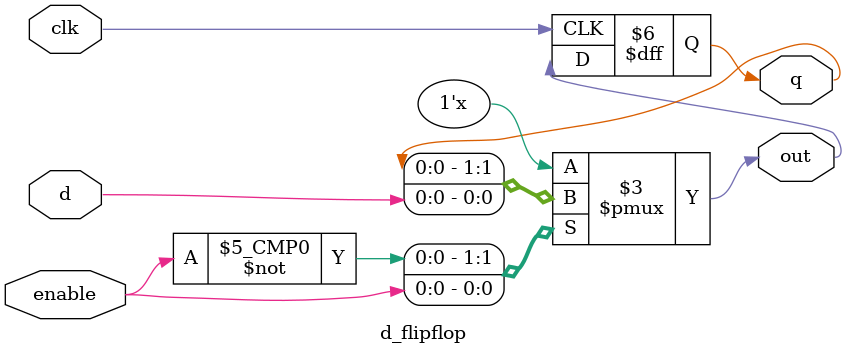
<source format=v>


module d_flipflop( input d,input clk,input enable,output reg out,output reg q); 
   always @(*)
   begin
    case(enable)
      1'b0:out=q;
      1'b1:out=d;
    endcase
  end
    always @ (posedge clk)
     begin
       q<=out;
     end
  endmodule
  
      
    

</source>
